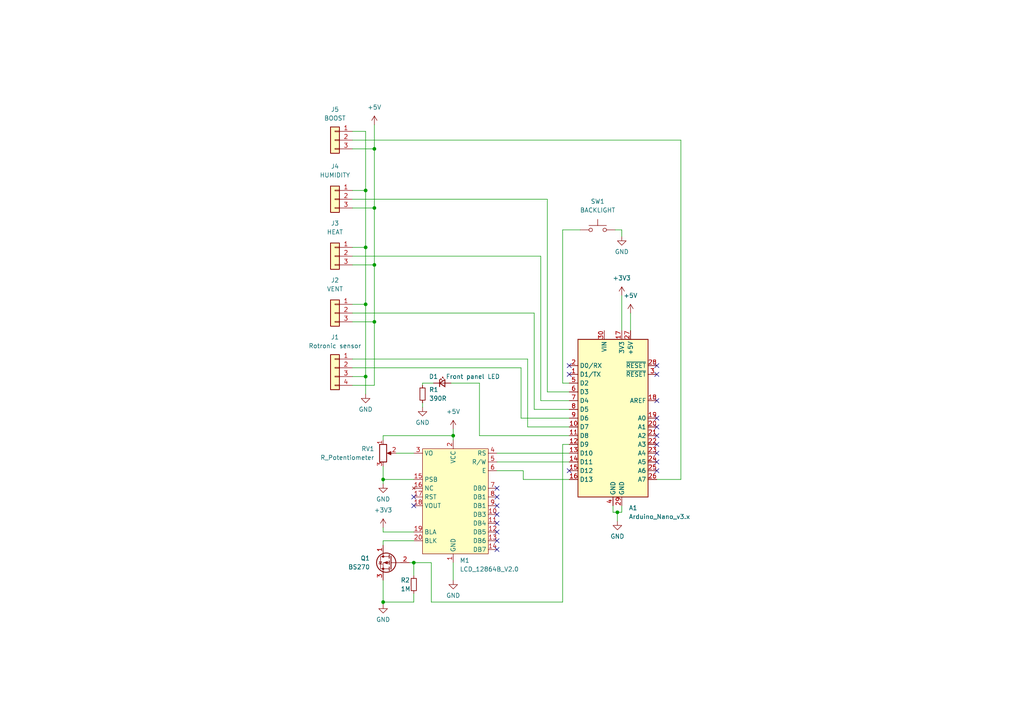
<source format=kicad_sch>
(kicad_sch (version 20211123) (generator eeschema)

  (uuid 37bd5616-e997-46c3-b3aa-d54004cfa000)

  (paper "A4")

  (lib_symbols
    (symbol "Connector_Generic:Conn_01x03" (pin_names (offset 1.016) hide) (in_bom yes) (on_board yes)
      (property "Reference" "J" (id 0) (at 0 5.08 0)
        (effects (font (size 1.27 1.27)))
      )
      (property "Value" "Conn_01x03" (id 1) (at 0 -5.08 0)
        (effects (font (size 1.27 1.27)))
      )
      (property "Footprint" "" (id 2) (at 0 0 0)
        (effects (font (size 1.27 1.27)) hide)
      )
      (property "Datasheet" "~" (id 3) (at 0 0 0)
        (effects (font (size 1.27 1.27)) hide)
      )
      (property "ki_keywords" "connector" (id 4) (at 0 0 0)
        (effects (font (size 1.27 1.27)) hide)
      )
      (property "ki_description" "Generic connector, single row, 01x03, script generated (kicad-library-utils/schlib/autogen/connector/)" (id 5) (at 0 0 0)
        (effects (font (size 1.27 1.27)) hide)
      )
      (property "ki_fp_filters" "Connector*:*_1x??_*" (id 6) (at 0 0 0)
        (effects (font (size 1.27 1.27)) hide)
      )
      (symbol "Conn_01x03_1_1"
        (rectangle (start -1.27 -2.413) (end 0 -2.667)
          (stroke (width 0.1524) (type default) (color 0 0 0 0))
          (fill (type none))
        )
        (rectangle (start -1.27 0.127) (end 0 -0.127)
          (stroke (width 0.1524) (type default) (color 0 0 0 0))
          (fill (type none))
        )
        (rectangle (start -1.27 2.667) (end 0 2.413)
          (stroke (width 0.1524) (type default) (color 0 0 0 0))
          (fill (type none))
        )
        (rectangle (start -1.27 3.81) (end 1.27 -3.81)
          (stroke (width 0.254) (type default) (color 0 0 0 0))
          (fill (type background))
        )
        (pin passive line (at -5.08 2.54 0) (length 3.81)
          (name "Pin_1" (effects (font (size 1.27 1.27))))
          (number "1" (effects (font (size 1.27 1.27))))
        )
        (pin passive line (at -5.08 0 0) (length 3.81)
          (name "Pin_2" (effects (font (size 1.27 1.27))))
          (number "2" (effects (font (size 1.27 1.27))))
        )
        (pin passive line (at -5.08 -2.54 0) (length 3.81)
          (name "Pin_3" (effects (font (size 1.27 1.27))))
          (number "3" (effects (font (size 1.27 1.27))))
        )
      )
    )
    (symbol "Connector_Generic:Conn_01x04" (pin_names (offset 1.016) hide) (in_bom yes) (on_board yes)
      (property "Reference" "J" (id 0) (at 0 5.08 0)
        (effects (font (size 1.27 1.27)))
      )
      (property "Value" "Conn_01x04" (id 1) (at 0 -7.62 0)
        (effects (font (size 1.27 1.27)))
      )
      (property "Footprint" "" (id 2) (at 0 0 0)
        (effects (font (size 1.27 1.27)) hide)
      )
      (property "Datasheet" "~" (id 3) (at 0 0 0)
        (effects (font (size 1.27 1.27)) hide)
      )
      (property "ki_keywords" "connector" (id 4) (at 0 0 0)
        (effects (font (size 1.27 1.27)) hide)
      )
      (property "ki_description" "Generic connector, single row, 01x04, script generated (kicad-library-utils/schlib/autogen/connector/)" (id 5) (at 0 0 0)
        (effects (font (size 1.27 1.27)) hide)
      )
      (property "ki_fp_filters" "Connector*:*_1x??_*" (id 6) (at 0 0 0)
        (effects (font (size 1.27 1.27)) hide)
      )
      (symbol "Conn_01x04_1_1"
        (rectangle (start -1.27 -4.953) (end 0 -5.207)
          (stroke (width 0.1524) (type default) (color 0 0 0 0))
          (fill (type none))
        )
        (rectangle (start -1.27 -2.413) (end 0 -2.667)
          (stroke (width 0.1524) (type default) (color 0 0 0 0))
          (fill (type none))
        )
        (rectangle (start -1.27 0.127) (end 0 -0.127)
          (stroke (width 0.1524) (type default) (color 0 0 0 0))
          (fill (type none))
        )
        (rectangle (start -1.27 2.667) (end 0 2.413)
          (stroke (width 0.1524) (type default) (color 0 0 0 0))
          (fill (type none))
        )
        (rectangle (start -1.27 3.81) (end 1.27 -6.35)
          (stroke (width 0.254) (type default) (color 0 0 0 0))
          (fill (type background))
        )
        (pin passive line (at -5.08 2.54 0) (length 3.81)
          (name "Pin_1" (effects (font (size 1.27 1.27))))
          (number "1" (effects (font (size 1.27 1.27))))
        )
        (pin passive line (at -5.08 0 0) (length 3.81)
          (name "Pin_2" (effects (font (size 1.27 1.27))))
          (number "2" (effects (font (size 1.27 1.27))))
        )
        (pin passive line (at -5.08 -2.54 0) (length 3.81)
          (name "Pin_3" (effects (font (size 1.27 1.27))))
          (number "3" (effects (font (size 1.27 1.27))))
        )
        (pin passive line (at -5.08 -5.08 0) (length 3.81)
          (name "Pin_4" (effects (font (size 1.27 1.27))))
          (number "4" (effects (font (size 1.27 1.27))))
        )
      )
    )
    (symbol "Custom3:LCD_12864B_V2.0" (in_bom yes) (on_board yes)
      (property "Reference" "M" (id 0) (at -8.89 -17.78 0)
        (effects (font (size 1.27 1.27)))
      )
      (property "Value" "LCD_12864B_V2.0" (id 1) (at 10.16 -17.78 0)
        (effects (font (size 1.27 1.27)))
      )
      (property "Footprint" "" (id 2) (at -2.54 1.27 0)
        (effects (font (size 1.27 1.27)) hide)
      )
      (property "Datasheet" "" (id 3) (at -2.54 1.27 0)
        (effects (font (size 1.27 1.27)) hide)
      )
      (property "ki_description" "Monochrome 128x64 graphical LCD module ST2790 controller" (id 4) (at 0 0 0)
        (effects (font (size 1.27 1.27)) hide)
      )
      (symbol "LCD_12864B_V2.0_0_1"
        (rectangle (start -10.16 15.24) (end 8.89 -15.24)
          (stroke (width 0) (type default) (color 0 0 0 0))
          (fill (type background))
        )
      )
      (symbol "LCD_12864B_V2.0_1_1"
        (pin power_in line (at 0 -17.78 90) (length 2.54)
          (name "GND" (effects (font (size 1.27 1.27))))
          (number "1" (effects (font (size 1.27 1.27))))
        )
        (pin input line (at -12.7 -3.81 0) (length 2.54)
          (name "DB3" (effects (font (size 1.27 1.27))))
          (number "10" (effects (font (size 1.27 1.27))))
        )
        (pin input line (at -12.7 -6.35 0) (length 2.54)
          (name "DB4" (effects (font (size 1.27 1.27))))
          (number "11" (effects (font (size 1.27 1.27))))
        )
        (pin input line (at -12.7 -8.89 0) (length 2.54)
          (name "DB5" (effects (font (size 1.27 1.27))))
          (number "12" (effects (font (size 1.27 1.27))))
        )
        (pin input line (at -12.7 -11.43 0) (length 2.54)
          (name "DB6" (effects (font (size 1.27 1.27))))
          (number "13" (effects (font (size 1.27 1.27))))
        )
        (pin input line (at -12.7 -13.97 0) (length 2.54)
          (name "DB7" (effects (font (size 1.27 1.27))))
          (number "14" (effects (font (size 1.27 1.27))))
        )
        (pin input line (at 11.43 6.35 180) (length 2.54)
          (name "PSB" (effects (font (size 1.27 1.27))))
          (number "15" (effects (font (size 1.27 1.27))))
        )
        (pin no_connect line (at 11.43 3.81 180) (length 2.54)
          (name "NC" (effects (font (size 1.27 1.27))))
          (number "16" (effects (font (size 1.27 1.27))))
        )
        (pin input line (at 11.43 1.27 180) (length 2.54)
          (name "RST" (effects (font (size 1.27 1.27))))
          (number "17" (effects (font (size 1.27 1.27))))
        )
        (pin power_out line (at 11.43 -1.27 180) (length 2.54)
          (name "VOUT" (effects (font (size 1.27 1.27))))
          (number "18" (effects (font (size 1.27 1.27))))
        )
        (pin input line (at 11.43 -8.89 180) (length 2.54)
          (name "BLA" (effects (font (size 1.27 1.27))))
          (number "19" (effects (font (size 1.27 1.27))))
        )
        (pin power_in line (at 0 17.78 270) (length 2.54)
          (name "VCC" (effects (font (size 1.27 1.27))))
          (number "2" (effects (font (size 1.27 1.27))))
        )
        (pin input line (at 11.43 -11.43 180) (length 2.54)
          (name "BLK" (effects (font (size 1.27 1.27))))
          (number "20" (effects (font (size 1.27 1.27))))
        )
        (pin input line (at 11.43 13.97 180) (length 2.54)
          (name "VO" (effects (font (size 1.27 1.27))))
          (number "3" (effects (font (size 1.27 1.27))))
        )
        (pin input line (at -12.7 13.97 0) (length 2.54)
          (name "RS" (effects (font (size 1.27 1.27))))
          (number "4" (effects (font (size 1.27 1.27))))
        )
        (pin input line (at -12.7 11.43 0) (length 2.54)
          (name "R/W" (effects (font (size 1.27 1.27))))
          (number "5" (effects (font (size 1.27 1.27))))
        )
        (pin input line (at -12.7 8.89 0) (length 2.54)
          (name "E" (effects (font (size 1.27 1.27))))
          (number "6" (effects (font (size 1.27 1.27))))
        )
        (pin input line (at -12.7 3.81 0) (length 2.54)
          (name "DB0" (effects (font (size 1.27 1.27))))
          (number "7" (effects (font (size 1.27 1.27))))
        )
        (pin input line (at -12.7 1.27 0) (length 2.54)
          (name "DB1" (effects (font (size 1.27 1.27))))
          (number "8" (effects (font (size 1.27 1.27))))
        )
        (pin input line (at -12.7 -1.27 0) (length 2.54)
          (name "DB1" (effects (font (size 1.27 1.27))))
          (number "9" (effects (font (size 1.27 1.27))))
        )
      )
    )
    (symbol "Device:LED_Small" (pin_numbers hide) (pin_names (offset 0.254) hide) (in_bom yes) (on_board yes)
      (property "Reference" "D" (id 0) (at -1.27 3.175 0)
        (effects (font (size 1.27 1.27)) (justify left))
      )
      (property "Value" "LED_Small" (id 1) (at -4.445 -2.54 0)
        (effects (font (size 1.27 1.27)) (justify left))
      )
      (property "Footprint" "" (id 2) (at 0 0 90)
        (effects (font (size 1.27 1.27)) hide)
      )
      (property "Datasheet" "~" (id 3) (at 0 0 90)
        (effects (font (size 1.27 1.27)) hide)
      )
      (property "ki_keywords" "LED diode light-emitting-diode" (id 4) (at 0 0 0)
        (effects (font (size 1.27 1.27)) hide)
      )
      (property "ki_description" "Light emitting diode, small symbol" (id 5) (at 0 0 0)
        (effects (font (size 1.27 1.27)) hide)
      )
      (property "ki_fp_filters" "LED* LED_SMD:* LED_THT:*" (id 6) (at 0 0 0)
        (effects (font (size 1.27 1.27)) hide)
      )
      (symbol "LED_Small_0_1"
        (polyline
          (pts
            (xy -0.762 -1.016)
            (xy -0.762 1.016)
          )
          (stroke (width 0.254) (type default) (color 0 0 0 0))
          (fill (type none))
        )
        (polyline
          (pts
            (xy 1.016 0)
            (xy -0.762 0)
          )
          (stroke (width 0) (type default) (color 0 0 0 0))
          (fill (type none))
        )
        (polyline
          (pts
            (xy 0.762 -1.016)
            (xy -0.762 0)
            (xy 0.762 1.016)
            (xy 0.762 -1.016)
          )
          (stroke (width 0.254) (type default) (color 0 0 0 0))
          (fill (type none))
        )
        (polyline
          (pts
            (xy 0 0.762)
            (xy -0.508 1.27)
            (xy -0.254 1.27)
            (xy -0.508 1.27)
            (xy -0.508 1.016)
          )
          (stroke (width 0) (type default) (color 0 0 0 0))
          (fill (type none))
        )
        (polyline
          (pts
            (xy 0.508 1.27)
            (xy 0 1.778)
            (xy 0.254 1.778)
            (xy 0 1.778)
            (xy 0 1.524)
          )
          (stroke (width 0) (type default) (color 0 0 0 0))
          (fill (type none))
        )
      )
      (symbol "LED_Small_1_1"
        (pin passive line (at -2.54 0 0) (length 1.778)
          (name "K" (effects (font (size 1.27 1.27))))
          (number "1" (effects (font (size 1.27 1.27))))
        )
        (pin passive line (at 2.54 0 180) (length 1.778)
          (name "A" (effects (font (size 1.27 1.27))))
          (number "2" (effects (font (size 1.27 1.27))))
        )
      )
    )
    (symbol "Device:R_Potentiometer" (pin_names (offset 1.016) hide) (in_bom yes) (on_board yes)
      (property "Reference" "RV" (id 0) (at -4.445 0 90)
        (effects (font (size 1.27 1.27)))
      )
      (property "Value" "R_Potentiometer" (id 1) (at -2.54 0 90)
        (effects (font (size 1.27 1.27)))
      )
      (property "Footprint" "" (id 2) (at 0 0 0)
        (effects (font (size 1.27 1.27)) hide)
      )
      (property "Datasheet" "~" (id 3) (at 0 0 0)
        (effects (font (size 1.27 1.27)) hide)
      )
      (property "ki_keywords" "resistor variable" (id 4) (at 0 0 0)
        (effects (font (size 1.27 1.27)) hide)
      )
      (property "ki_description" "Potentiometer" (id 5) (at 0 0 0)
        (effects (font (size 1.27 1.27)) hide)
      )
      (property "ki_fp_filters" "Potentiometer*" (id 6) (at 0 0 0)
        (effects (font (size 1.27 1.27)) hide)
      )
      (symbol "R_Potentiometer_0_1"
        (polyline
          (pts
            (xy 2.54 0)
            (xy 1.524 0)
          )
          (stroke (width 0) (type default) (color 0 0 0 0))
          (fill (type none))
        )
        (polyline
          (pts
            (xy 1.143 0)
            (xy 2.286 0.508)
            (xy 2.286 -0.508)
            (xy 1.143 0)
          )
          (stroke (width 0) (type default) (color 0 0 0 0))
          (fill (type outline))
        )
        (rectangle (start 1.016 2.54) (end -1.016 -2.54)
          (stroke (width 0.254) (type default) (color 0 0 0 0))
          (fill (type none))
        )
      )
      (symbol "R_Potentiometer_1_1"
        (pin passive line (at 0 3.81 270) (length 1.27)
          (name "1" (effects (font (size 1.27 1.27))))
          (number "1" (effects (font (size 1.27 1.27))))
        )
        (pin passive line (at 3.81 0 180) (length 1.27)
          (name "2" (effects (font (size 1.27 1.27))))
          (number "2" (effects (font (size 1.27 1.27))))
        )
        (pin passive line (at 0 -3.81 90) (length 1.27)
          (name "3" (effects (font (size 1.27 1.27))))
          (number "3" (effects (font (size 1.27 1.27))))
        )
      )
    )
    (symbol "Device:R_Small" (pin_numbers hide) (pin_names (offset 0.254) hide) (in_bom yes) (on_board yes)
      (property "Reference" "R" (id 0) (at 0.762 0.508 0)
        (effects (font (size 1.27 1.27)) (justify left))
      )
      (property "Value" "R_Small" (id 1) (at 0.762 -1.016 0)
        (effects (font (size 1.27 1.27)) (justify left))
      )
      (property "Footprint" "" (id 2) (at 0 0 0)
        (effects (font (size 1.27 1.27)) hide)
      )
      (property "Datasheet" "~" (id 3) (at 0 0 0)
        (effects (font (size 1.27 1.27)) hide)
      )
      (property "ki_keywords" "R resistor" (id 4) (at 0 0 0)
        (effects (font (size 1.27 1.27)) hide)
      )
      (property "ki_description" "Resistor, small symbol" (id 5) (at 0 0 0)
        (effects (font (size 1.27 1.27)) hide)
      )
      (property "ki_fp_filters" "R_*" (id 6) (at 0 0 0)
        (effects (font (size 1.27 1.27)) hide)
      )
      (symbol "R_Small_0_1"
        (rectangle (start -0.762 1.778) (end 0.762 -1.778)
          (stroke (width 0.2032) (type default) (color 0 0 0 0))
          (fill (type none))
        )
      )
      (symbol "R_Small_1_1"
        (pin passive line (at 0 2.54 270) (length 0.762)
          (name "~" (effects (font (size 1.27 1.27))))
          (number "1" (effects (font (size 1.27 1.27))))
        )
        (pin passive line (at 0 -2.54 90) (length 0.762)
          (name "~" (effects (font (size 1.27 1.27))))
          (number "2" (effects (font (size 1.27 1.27))))
        )
      )
    )
    (symbol "MCU_Module:Arduino_Nano_v3.x" (in_bom yes) (on_board yes)
      (property "Reference" "A" (id 0) (at -10.16 23.495 0)
        (effects (font (size 1.27 1.27)) (justify left bottom))
      )
      (property "Value" "Arduino_Nano_v3.x" (id 1) (at 5.08 -24.13 0)
        (effects (font (size 1.27 1.27)) (justify left top))
      )
      (property "Footprint" "Module:Arduino_Nano" (id 2) (at 0 0 0)
        (effects (font (size 1.27 1.27) italic) hide)
      )
      (property "Datasheet" "http://www.mouser.com/pdfdocs/Gravitech_Arduino_Nano3_0.pdf" (id 3) (at 0 0 0)
        (effects (font (size 1.27 1.27)) hide)
      )
      (property "ki_keywords" "Arduino nano microcontroller module USB" (id 4) (at 0 0 0)
        (effects (font (size 1.27 1.27)) hide)
      )
      (property "ki_description" "Arduino Nano v3.x" (id 5) (at 0 0 0)
        (effects (font (size 1.27 1.27)) hide)
      )
      (property "ki_fp_filters" "Arduino*Nano*" (id 6) (at 0 0 0)
        (effects (font (size 1.27 1.27)) hide)
      )
      (symbol "Arduino_Nano_v3.x_0_1"
        (rectangle (start -10.16 22.86) (end 10.16 -22.86)
          (stroke (width 0.254) (type default) (color 0 0 0 0))
          (fill (type background))
        )
      )
      (symbol "Arduino_Nano_v3.x_1_1"
        (pin bidirectional line (at -12.7 12.7 0) (length 2.54)
          (name "D1/TX" (effects (font (size 1.27 1.27))))
          (number "1" (effects (font (size 1.27 1.27))))
        )
        (pin bidirectional line (at -12.7 -2.54 0) (length 2.54)
          (name "D7" (effects (font (size 1.27 1.27))))
          (number "10" (effects (font (size 1.27 1.27))))
        )
        (pin bidirectional line (at -12.7 -5.08 0) (length 2.54)
          (name "D8" (effects (font (size 1.27 1.27))))
          (number "11" (effects (font (size 1.27 1.27))))
        )
        (pin bidirectional line (at -12.7 -7.62 0) (length 2.54)
          (name "D9" (effects (font (size 1.27 1.27))))
          (number "12" (effects (font (size 1.27 1.27))))
        )
        (pin bidirectional line (at -12.7 -10.16 0) (length 2.54)
          (name "D10" (effects (font (size 1.27 1.27))))
          (number "13" (effects (font (size 1.27 1.27))))
        )
        (pin bidirectional line (at -12.7 -12.7 0) (length 2.54)
          (name "D11" (effects (font (size 1.27 1.27))))
          (number "14" (effects (font (size 1.27 1.27))))
        )
        (pin bidirectional line (at -12.7 -15.24 0) (length 2.54)
          (name "D12" (effects (font (size 1.27 1.27))))
          (number "15" (effects (font (size 1.27 1.27))))
        )
        (pin bidirectional line (at -12.7 -17.78 0) (length 2.54)
          (name "D13" (effects (font (size 1.27 1.27))))
          (number "16" (effects (font (size 1.27 1.27))))
        )
        (pin power_out line (at 2.54 25.4 270) (length 2.54)
          (name "3V3" (effects (font (size 1.27 1.27))))
          (number "17" (effects (font (size 1.27 1.27))))
        )
        (pin input line (at 12.7 5.08 180) (length 2.54)
          (name "AREF" (effects (font (size 1.27 1.27))))
          (number "18" (effects (font (size 1.27 1.27))))
        )
        (pin bidirectional line (at 12.7 0 180) (length 2.54)
          (name "A0" (effects (font (size 1.27 1.27))))
          (number "19" (effects (font (size 1.27 1.27))))
        )
        (pin bidirectional line (at -12.7 15.24 0) (length 2.54)
          (name "D0/RX" (effects (font (size 1.27 1.27))))
          (number "2" (effects (font (size 1.27 1.27))))
        )
        (pin bidirectional line (at 12.7 -2.54 180) (length 2.54)
          (name "A1" (effects (font (size 1.27 1.27))))
          (number "20" (effects (font (size 1.27 1.27))))
        )
        (pin bidirectional line (at 12.7 -5.08 180) (length 2.54)
          (name "A2" (effects (font (size 1.27 1.27))))
          (number "21" (effects (font (size 1.27 1.27))))
        )
        (pin bidirectional line (at 12.7 -7.62 180) (length 2.54)
          (name "A3" (effects (font (size 1.27 1.27))))
          (number "22" (effects (font (size 1.27 1.27))))
        )
        (pin bidirectional line (at 12.7 -10.16 180) (length 2.54)
          (name "A4" (effects (font (size 1.27 1.27))))
          (number "23" (effects (font (size 1.27 1.27))))
        )
        (pin bidirectional line (at 12.7 -12.7 180) (length 2.54)
          (name "A5" (effects (font (size 1.27 1.27))))
          (number "24" (effects (font (size 1.27 1.27))))
        )
        (pin bidirectional line (at 12.7 -15.24 180) (length 2.54)
          (name "A6" (effects (font (size 1.27 1.27))))
          (number "25" (effects (font (size 1.27 1.27))))
        )
        (pin bidirectional line (at 12.7 -17.78 180) (length 2.54)
          (name "A7" (effects (font (size 1.27 1.27))))
          (number "26" (effects (font (size 1.27 1.27))))
        )
        (pin power_out line (at 5.08 25.4 270) (length 2.54)
          (name "+5V" (effects (font (size 1.27 1.27))))
          (number "27" (effects (font (size 1.27 1.27))))
        )
        (pin input line (at 12.7 15.24 180) (length 2.54)
          (name "~{RESET}" (effects (font (size 1.27 1.27))))
          (number "28" (effects (font (size 1.27 1.27))))
        )
        (pin power_in line (at 2.54 -25.4 90) (length 2.54)
          (name "GND" (effects (font (size 1.27 1.27))))
          (number "29" (effects (font (size 1.27 1.27))))
        )
        (pin input line (at 12.7 12.7 180) (length 2.54)
          (name "~{RESET}" (effects (font (size 1.27 1.27))))
          (number "3" (effects (font (size 1.27 1.27))))
        )
        (pin power_in line (at -2.54 25.4 270) (length 2.54)
          (name "VIN" (effects (font (size 1.27 1.27))))
          (number "30" (effects (font (size 1.27 1.27))))
        )
        (pin power_in line (at 0 -25.4 90) (length 2.54)
          (name "GND" (effects (font (size 1.27 1.27))))
          (number "4" (effects (font (size 1.27 1.27))))
        )
        (pin bidirectional line (at -12.7 10.16 0) (length 2.54)
          (name "D2" (effects (font (size 1.27 1.27))))
          (number "5" (effects (font (size 1.27 1.27))))
        )
        (pin bidirectional line (at -12.7 7.62 0) (length 2.54)
          (name "D3" (effects (font (size 1.27 1.27))))
          (number "6" (effects (font (size 1.27 1.27))))
        )
        (pin bidirectional line (at -12.7 5.08 0) (length 2.54)
          (name "D4" (effects (font (size 1.27 1.27))))
          (number "7" (effects (font (size 1.27 1.27))))
        )
        (pin bidirectional line (at -12.7 2.54 0) (length 2.54)
          (name "D5" (effects (font (size 1.27 1.27))))
          (number "8" (effects (font (size 1.27 1.27))))
        )
        (pin bidirectional line (at -12.7 0 0) (length 2.54)
          (name "D6" (effects (font (size 1.27 1.27))))
          (number "9" (effects (font (size 1.27 1.27))))
        )
      )
    )
    (symbol "Switch:SW_Push" (pin_numbers hide) (pin_names (offset 1.016) hide) (in_bom yes) (on_board yes)
      (property "Reference" "SW" (id 0) (at 1.27 2.54 0)
        (effects (font (size 1.27 1.27)) (justify left))
      )
      (property "Value" "SW_Push" (id 1) (at 0 -1.524 0)
        (effects (font (size 1.27 1.27)))
      )
      (property "Footprint" "" (id 2) (at 0 5.08 0)
        (effects (font (size 1.27 1.27)) hide)
      )
      (property "Datasheet" "~" (id 3) (at 0 5.08 0)
        (effects (font (size 1.27 1.27)) hide)
      )
      (property "ki_keywords" "switch normally-open pushbutton push-button" (id 4) (at 0 0 0)
        (effects (font (size 1.27 1.27)) hide)
      )
      (property "ki_description" "Push button switch, generic, two pins" (id 5) (at 0 0 0)
        (effects (font (size 1.27 1.27)) hide)
      )
      (symbol "SW_Push_0_1"
        (circle (center -2.032 0) (radius 0.508)
          (stroke (width 0) (type default) (color 0 0 0 0))
          (fill (type none))
        )
        (polyline
          (pts
            (xy 0 1.27)
            (xy 0 3.048)
          )
          (stroke (width 0) (type default) (color 0 0 0 0))
          (fill (type none))
        )
        (polyline
          (pts
            (xy 2.54 1.27)
            (xy -2.54 1.27)
          )
          (stroke (width 0) (type default) (color 0 0 0 0))
          (fill (type none))
        )
        (circle (center 2.032 0) (radius 0.508)
          (stroke (width 0) (type default) (color 0 0 0 0))
          (fill (type none))
        )
        (pin passive line (at -5.08 0 0) (length 2.54)
          (name "1" (effects (font (size 1.27 1.27))))
          (number "1" (effects (font (size 1.27 1.27))))
        )
        (pin passive line (at 5.08 0 180) (length 2.54)
          (name "2" (effects (font (size 1.27 1.27))))
          (number "2" (effects (font (size 1.27 1.27))))
        )
      )
    )
    (symbol "Transistor_FET:BS250" (pin_names hide) (in_bom yes) (on_board yes)
      (property "Reference" "Q" (id 0) (at 5.08 1.905 0)
        (effects (font (size 1.27 1.27)) (justify left))
      )
      (property "Value" "BS250" (id 1) (at 5.08 0 0)
        (effects (font (size 1.27 1.27)) (justify left))
      )
      (property "Footprint" "Package_TO_SOT_THT:TO-92_Inline" (id 2) (at 5.08 -1.905 0)
        (effects (font (size 1.27 1.27) italic) (justify left) hide)
      )
      (property "Datasheet" "http://www.vishay.com/docs/70209/70209.pdf" (id 3) (at 0 0 0)
        (effects (font (size 1.27 1.27)) (justify left) hide)
      )
      (property "ki_keywords" "P-Channel MOSFET" (id 4) (at 0 0 0)
        (effects (font (size 1.27 1.27)) hide)
      )
      (property "ki_description" "-0.18A Id, -45V Vds, P-Channel MOSFET, TO-92" (id 5) (at 0 0 0)
        (effects (font (size 1.27 1.27)) hide)
      )
      (property "ki_fp_filters" "TO?92*" (id 6) (at 0 0 0)
        (effects (font (size 1.27 1.27)) hide)
      )
      (symbol "BS250_0_1"
        (polyline
          (pts
            (xy 0.254 0)
            (xy -2.54 0)
          )
          (stroke (width 0) (type default) (color 0 0 0 0))
          (fill (type none))
        )
        (polyline
          (pts
            (xy 0.254 1.905)
            (xy 0.254 -1.905)
          )
          (stroke (width 0.254) (type default) (color 0 0 0 0))
          (fill (type none))
        )
        (polyline
          (pts
            (xy 0.762 -1.27)
            (xy 0.762 -2.286)
          )
          (stroke (width 0.254) (type default) (color 0 0 0 0))
          (fill (type none))
        )
        (polyline
          (pts
            (xy 0.762 0.508)
            (xy 0.762 -0.508)
          )
          (stroke (width 0.254) (type default) (color 0 0 0 0))
          (fill (type none))
        )
        (polyline
          (pts
            (xy 0.762 2.286)
            (xy 0.762 1.27)
          )
          (stroke (width 0.254) (type default) (color 0 0 0 0))
          (fill (type none))
        )
        (polyline
          (pts
            (xy 2.54 2.54)
            (xy 2.54 1.778)
          )
          (stroke (width 0) (type default) (color 0 0 0 0))
          (fill (type none))
        )
        (polyline
          (pts
            (xy 2.54 -2.54)
            (xy 2.54 0)
            (xy 0.762 0)
          )
          (stroke (width 0) (type default) (color 0 0 0 0))
          (fill (type none))
        )
        (polyline
          (pts
            (xy 0.762 1.778)
            (xy 3.302 1.778)
            (xy 3.302 -1.778)
            (xy 0.762 -1.778)
          )
          (stroke (width 0) (type default) (color 0 0 0 0))
          (fill (type none))
        )
        (polyline
          (pts
            (xy 2.286 0)
            (xy 1.27 0.381)
            (xy 1.27 -0.381)
            (xy 2.286 0)
          )
          (stroke (width 0) (type default) (color 0 0 0 0))
          (fill (type outline))
        )
        (polyline
          (pts
            (xy 2.794 -0.508)
            (xy 2.921 -0.381)
            (xy 3.683 -0.381)
            (xy 3.81 -0.254)
          )
          (stroke (width 0) (type default) (color 0 0 0 0))
          (fill (type none))
        )
        (polyline
          (pts
            (xy 3.302 -0.381)
            (xy 2.921 0.254)
            (xy 3.683 0.254)
            (xy 3.302 -0.381)
          )
          (stroke (width 0) (type default) (color 0 0 0 0))
          (fill (type none))
        )
        (circle (center 1.651 0) (radius 2.794)
          (stroke (width 0.254) (type default) (color 0 0 0 0))
          (fill (type none))
        )
        (circle (center 2.54 -1.778) (radius 0.254)
          (stroke (width 0) (type default) (color 0 0 0 0))
          (fill (type outline))
        )
        (circle (center 2.54 1.778) (radius 0.254)
          (stroke (width 0) (type default) (color 0 0 0 0))
          (fill (type outline))
        )
      )
      (symbol "BS250_1_1"
        (pin passive line (at 2.54 5.08 270) (length 2.54)
          (name "D" (effects (font (size 1.27 1.27))))
          (number "1" (effects (font (size 1.27 1.27))))
        )
        (pin input line (at -5.08 0 0) (length 2.54)
          (name "G" (effects (font (size 1.27 1.27))))
          (number "2" (effects (font (size 1.27 1.27))))
        )
        (pin passive line (at 2.54 -5.08 90) (length 2.54)
          (name "S" (effects (font (size 1.27 1.27))))
          (number "3" (effects (font (size 1.27 1.27))))
        )
      )
    )
    (symbol "power:+3V3" (power) (pin_names (offset 0)) (in_bom yes) (on_board yes)
      (property "Reference" "#PWR" (id 0) (at 0 -3.81 0)
        (effects (font (size 1.27 1.27)) hide)
      )
      (property "Value" "+3V3" (id 1) (at 0 3.556 0)
        (effects (font (size 1.27 1.27)))
      )
      (property "Footprint" "" (id 2) (at 0 0 0)
        (effects (font (size 1.27 1.27)) hide)
      )
      (property "Datasheet" "" (id 3) (at 0 0 0)
        (effects (font (size 1.27 1.27)) hide)
      )
      (property "ki_keywords" "power-flag" (id 4) (at 0 0 0)
        (effects (font (size 1.27 1.27)) hide)
      )
      (property "ki_description" "Power symbol creates a global label with name \"+3V3\"" (id 5) (at 0 0 0)
        (effects (font (size 1.27 1.27)) hide)
      )
      (symbol "+3V3_0_1"
        (polyline
          (pts
            (xy -0.762 1.27)
            (xy 0 2.54)
          )
          (stroke (width 0) (type default) (color 0 0 0 0))
          (fill (type none))
        )
        (polyline
          (pts
            (xy 0 0)
            (xy 0 2.54)
          )
          (stroke (width 0) (type default) (color 0 0 0 0))
          (fill (type none))
        )
        (polyline
          (pts
            (xy 0 2.54)
            (xy 0.762 1.27)
          )
          (stroke (width 0) (type default) (color 0 0 0 0))
          (fill (type none))
        )
      )
      (symbol "+3V3_1_1"
        (pin power_in line (at 0 0 90) (length 0) hide
          (name "+3V3" (effects (font (size 1.27 1.27))))
          (number "1" (effects (font (size 1.27 1.27))))
        )
      )
    )
    (symbol "power:+5V" (power) (pin_names (offset 0)) (in_bom yes) (on_board yes)
      (property "Reference" "#PWR" (id 0) (at 0 -3.81 0)
        (effects (font (size 1.27 1.27)) hide)
      )
      (property "Value" "+5V" (id 1) (at 0 3.556 0)
        (effects (font (size 1.27 1.27)))
      )
      (property "Footprint" "" (id 2) (at 0 0 0)
        (effects (font (size 1.27 1.27)) hide)
      )
      (property "Datasheet" "" (id 3) (at 0 0 0)
        (effects (font (size 1.27 1.27)) hide)
      )
      (property "ki_keywords" "power-flag" (id 4) (at 0 0 0)
        (effects (font (size 1.27 1.27)) hide)
      )
      (property "ki_description" "Power symbol creates a global label with name \"+5V\"" (id 5) (at 0 0 0)
        (effects (font (size 1.27 1.27)) hide)
      )
      (symbol "+5V_0_1"
        (polyline
          (pts
            (xy -0.762 1.27)
            (xy 0 2.54)
          )
          (stroke (width 0) (type default) (color 0 0 0 0))
          (fill (type none))
        )
        (polyline
          (pts
            (xy 0 0)
            (xy 0 2.54)
          )
          (stroke (width 0) (type default) (color 0 0 0 0))
          (fill (type none))
        )
        (polyline
          (pts
            (xy 0 2.54)
            (xy 0.762 1.27)
          )
          (stroke (width 0) (type default) (color 0 0 0 0))
          (fill (type none))
        )
      )
      (symbol "+5V_1_1"
        (pin power_in line (at 0 0 90) (length 0) hide
          (name "+5V" (effects (font (size 1.27 1.27))))
          (number "1" (effects (font (size 1.27 1.27))))
        )
      )
    )
    (symbol "power:GND" (power) (pin_names (offset 0)) (in_bom yes) (on_board yes)
      (property "Reference" "#PWR" (id 0) (at 0 -6.35 0)
        (effects (font (size 1.27 1.27)) hide)
      )
      (property "Value" "GND" (id 1) (at 0 -3.81 0)
        (effects (font (size 1.27 1.27)))
      )
      (property "Footprint" "" (id 2) (at 0 0 0)
        (effects (font (size 1.27 1.27)) hide)
      )
      (property "Datasheet" "" (id 3) (at 0 0 0)
        (effects (font (size 1.27 1.27)) hide)
      )
      (property "ki_keywords" "power-flag" (id 4) (at 0 0 0)
        (effects (font (size 1.27 1.27)) hide)
      )
      (property "ki_description" "Power symbol creates a global label with name \"GND\" , ground" (id 5) (at 0 0 0)
        (effects (font (size 1.27 1.27)) hide)
      )
      (symbol "GND_0_1"
        (polyline
          (pts
            (xy 0 0)
            (xy 0 -1.27)
            (xy 1.27 -1.27)
            (xy 0 -2.54)
            (xy -1.27 -1.27)
            (xy 0 -1.27)
          )
          (stroke (width 0) (type default) (color 0 0 0 0))
          (fill (type none))
        )
      )
      (symbol "GND_1_1"
        (pin power_in line (at 0 0 270) (length 0) hide
          (name "GND" (effects (font (size 1.27 1.27))))
          (number "1" (effects (font (size 1.27 1.27))))
        )
      )
    )
  )

  (junction (at 131.445 126.365) (diameter 0) (color 0 0 0 0)
    (uuid 137c2fa3-0789-4d18-bdac-6ae468fa3874)
  )
  (junction (at 106.045 109.22) (diameter 0) (color 0 0 0 0)
    (uuid 1e129382-5219-413c-a05a-01410232afca)
  )
  (junction (at 108.585 76.835) (diameter 0) (color 0 0 0 0)
    (uuid 1eb1669b-a4bd-4a9d-8c49-28ee90f2e35c)
  )
  (junction (at 106.045 55.245) (diameter 0) (color 0 0 0 0)
    (uuid 1f8e7d49-5f21-4c75-bf8f-b0ca200d8ac2)
  )
  (junction (at 111.125 174.625) (diameter 0) (color 0 0 0 0)
    (uuid 389ae3cb-c3c7-4f37-a2ca-85ede0a8a025)
  )
  (junction (at 106.045 71.755) (diameter 0) (color 0 0 0 0)
    (uuid 38cecb98-743f-4e8d-bba5-e3f36f78ed1c)
  )
  (junction (at 111.125 139.065) (diameter 0) (color 0 0 0 0)
    (uuid 77ac2e44-0e6f-4955-a963-cc0f454acef7)
  )
  (junction (at 108.585 93.345) (diameter 0) (color 0 0 0 0)
    (uuid 838d6310-06a7-48cf-abcc-9b8a332fc394)
  )
  (junction (at 108.585 60.325) (diameter 0) (color 0 0 0 0)
    (uuid e0ee08fc-689a-4352-b260-689d847e598c)
  )
  (junction (at 106.045 88.265) (diameter 0) (color 0 0 0 0)
    (uuid e1886ed9-3fa1-4f71-870c-fbb79c3045e9)
  )
  (junction (at 108.585 43.18) (diameter 0) (color 0 0 0 0)
    (uuid eac1f2b2-00e0-41d1-ac0f-f6b801381c50)
  )
  (junction (at 120.015 163.195) (diameter 0) (color 0 0 0 0)
    (uuid ef19775c-60da-4a4c-8844-bda273d73c36)
  )
  (junction (at 179.07 148.59) (diameter 0) (color 0 0 0 0)
    (uuid fc5a94fd-f837-4710-9076-2674fc6feb63)
  )

  (no_connect (at 165.1 136.525) (uuid 3f9f932a-5d3c-4b4e-b67e-633f3f03f8d5))
  (no_connect (at 190.5 116.205) (uuid ebfd2061-36ee-4422-bd43-76b5a0e2b690))
  (no_connect (at 190.5 106.045) (uuid ebfd2061-36ee-4422-bd43-76b5a0e2b691))
  (no_connect (at 190.5 108.585) (uuid ebfd2061-36ee-4422-bd43-76b5a0e2b692))
  (no_connect (at 190.5 121.285) (uuid ebfd2061-36ee-4422-bd43-76b5a0e2b693))
  (no_connect (at 190.5 128.905) (uuid ebfd2061-36ee-4422-bd43-76b5a0e2b695))
  (no_connect (at 190.5 131.445) (uuid ebfd2061-36ee-4422-bd43-76b5a0e2b696))
  (no_connect (at 190.5 136.525) (uuid ebfd2061-36ee-4422-bd43-76b5a0e2b697))
  (no_connect (at 190.5 126.365) (uuid ebfd2061-36ee-4422-bd43-76b5a0e2b698))
  (no_connect (at 190.5 123.825) (uuid ebfd2061-36ee-4422-bd43-76b5a0e2b699))
  (no_connect (at 190.5 133.985) (uuid ebfd2061-36ee-4422-bd43-76b5a0e2b69a))
  (no_connect (at 165.1 106.045) (uuid ebfd2061-36ee-4422-bd43-76b5a0e2b69b))
  (no_connect (at 165.1 108.585) (uuid ebfd2061-36ee-4422-bd43-76b5a0e2b69c))
  (no_connect (at 120.015 144.145) (uuid fb9a55a1-2dec-4d79-b6dc-8fb136c6536b))
  (no_connect (at 120.015 146.685) (uuid fb9a55a1-2dec-4d79-b6dc-8fb136c6536c))
  (no_connect (at 144.145 154.305) (uuid fb9a55a1-2dec-4d79-b6dc-8fb136c6536d))
  (no_connect (at 144.145 159.385) (uuid fb9a55a1-2dec-4d79-b6dc-8fb136c6536e))
  (no_connect (at 144.145 156.845) (uuid fb9a55a1-2dec-4d79-b6dc-8fb136c6536f))
  (no_connect (at 144.145 151.765) (uuid fb9a55a1-2dec-4d79-b6dc-8fb136c65370))
  (no_connect (at 144.145 146.685) (uuid fb9a55a1-2dec-4d79-b6dc-8fb136c65371))
  (no_connect (at 144.145 149.225) (uuid fb9a55a1-2dec-4d79-b6dc-8fb136c65372))
  (no_connect (at 144.145 141.605) (uuid fb9a55a1-2dec-4d79-b6dc-8fb136c65373))
  (no_connect (at 144.145 144.145) (uuid fb9a55a1-2dec-4d79-b6dc-8fb136c65374))

  (wire (pts (xy 131.445 163.195) (xy 131.445 168.275))
    (stroke (width 0) (type default) (color 0 0 0 0))
    (uuid 01171ad8-682c-4db3-9fbb-87d39deee83f)
  )
  (wire (pts (xy 131.445 124.46) (xy 131.445 126.365))
    (stroke (width 0) (type default) (color 0 0 0 0))
    (uuid 0138676e-092e-4fac-8568-89b83b2b006d)
  )
  (wire (pts (xy 111.125 139.065) (xy 111.125 140.335))
    (stroke (width 0) (type default) (color 0 0 0 0))
    (uuid 03525c56-66de-47e0-a206-00c5f109f2f5)
  )
  (wire (pts (xy 108.585 43.18) (xy 108.585 36.195))
    (stroke (width 0) (type default) (color 0 0 0 0))
    (uuid 07172702-87d4-43b0-8f34-9856635b28c2)
  )
  (wire (pts (xy 158.75 113.665) (xy 158.75 57.785))
    (stroke (width 0) (type default) (color 0 0 0 0))
    (uuid 07f084a9-583a-45a6-a0f9-4562428e572c)
  )
  (wire (pts (xy 102.235 88.265) (xy 106.045 88.265))
    (stroke (width 0) (type default) (color 0 0 0 0))
    (uuid 0d5f4f13-6795-4b26-a4bd-dbe198c80093)
  )
  (wire (pts (xy 108.585 76.835) (xy 108.585 60.325))
    (stroke (width 0) (type default) (color 0 0 0 0))
    (uuid 118a0de7-d5f6-4a1e-96fe-e1fd2174190e)
  )
  (wire (pts (xy 180.34 66.675) (xy 180.34 68.58))
    (stroke (width 0) (type default) (color 0 0 0 0))
    (uuid 14c401db-e4fe-4c89-b290-d34a44c85684)
  )
  (wire (pts (xy 158.75 57.785) (xy 102.235 57.785))
    (stroke (width 0) (type default) (color 0 0 0 0))
    (uuid 15cdd559-6fa6-4c66-aa83-2c9971f46b42)
  )
  (wire (pts (xy 120.015 154.305) (xy 111.125 154.305))
    (stroke (width 0) (type default) (color 0 0 0 0))
    (uuid 166cd0c6-898b-410a-91a7-6e2102c46a8b)
  )
  (wire (pts (xy 177.8 146.685) (xy 177.8 148.59))
    (stroke (width 0) (type default) (color 0 0 0 0))
    (uuid 17c66260-44d8-4755-9574-e49d5360e729)
  )
  (wire (pts (xy 102.235 55.245) (xy 106.045 55.245))
    (stroke (width 0) (type default) (color 0 0 0 0))
    (uuid 1a00a709-703e-4204-8454-570f5e680b5c)
  )
  (wire (pts (xy 163.195 174.625) (xy 125.095 174.625))
    (stroke (width 0) (type default) (color 0 0 0 0))
    (uuid 1bc34f07-94b3-42fe-afaa-aa3873206814)
  )
  (wire (pts (xy 106.045 109.22) (xy 106.045 114.3))
    (stroke (width 0) (type default) (color 0 0 0 0))
    (uuid 201bc2dd-c098-41e8-8739-c98561cdd5bf)
  )
  (wire (pts (xy 102.235 93.345) (xy 108.585 93.345))
    (stroke (width 0) (type default) (color 0 0 0 0))
    (uuid 20c7daec-6a57-44f5-a731-523c97b74f8b)
  )
  (wire (pts (xy 165.1 116.205) (xy 156.845 116.205))
    (stroke (width 0) (type default) (color 0 0 0 0))
    (uuid 29bd3316-1c62-49e8-94d5-a6c85cba1bae)
  )
  (wire (pts (xy 111.125 139.065) (xy 120.015 139.065))
    (stroke (width 0) (type default) (color 0 0 0 0))
    (uuid 2a7cc1f5-15f5-43c3-b711-0ec48996cee0)
  )
  (wire (pts (xy 108.585 111.76) (xy 108.585 93.345))
    (stroke (width 0) (type default) (color 0 0 0 0))
    (uuid 3232e757-a035-449a-8c72-007fe859bfda)
  )
  (wire (pts (xy 165.1 111.125) (xy 163.195 111.125))
    (stroke (width 0) (type default) (color 0 0 0 0))
    (uuid 351e2049-e148-4e7e-96b6-0a342987b423)
  )
  (wire (pts (xy 151.13 121.285) (xy 165.1 121.285))
    (stroke (width 0) (type default) (color 0 0 0 0))
    (uuid 3bfac9fc-5ee9-41dd-bd4a-c3a41253c020)
  )
  (wire (pts (xy 106.045 71.755) (xy 106.045 88.265))
    (stroke (width 0) (type default) (color 0 0 0 0))
    (uuid 3e24b331-6710-4c31-a7be-248b16c08224)
  )
  (wire (pts (xy 179.07 148.59) (xy 179.07 151.13))
    (stroke (width 0) (type default) (color 0 0 0 0))
    (uuid 3eeff6c7-78ea-4ce0-ba65-ad5c727967a7)
  )
  (wire (pts (xy 106.045 55.245) (xy 106.045 71.755))
    (stroke (width 0) (type default) (color 0 0 0 0))
    (uuid 3fe000e5-b06c-4344-b4ce-f0dfd7460232)
  )
  (wire (pts (xy 144.145 133.985) (xy 165.1 133.985))
    (stroke (width 0) (type default) (color 0 0 0 0))
    (uuid 402a1727-b5b0-45c2-bc9f-1900357b25f1)
  )
  (wire (pts (xy 178.435 66.675) (xy 180.34 66.675))
    (stroke (width 0) (type default) (color 0 0 0 0))
    (uuid 40338cf8-9b7a-45a6-aca4-4176a1cbfe0d)
  )
  (wire (pts (xy 120.015 172.085) (xy 120.015 174.625))
    (stroke (width 0) (type default) (color 0 0 0 0))
    (uuid 4151d2fe-1f7b-4d8c-9505-a651f95a4fd4)
  )
  (wire (pts (xy 102.235 60.325) (xy 108.585 60.325))
    (stroke (width 0) (type default) (color 0 0 0 0))
    (uuid 43d84e02-5a4c-4e4d-bedc-8bb3e38c5b1f)
  )
  (wire (pts (xy 111.125 156.845) (xy 111.125 158.115))
    (stroke (width 0) (type default) (color 0 0 0 0))
    (uuid 44092b55-1456-43ed-887e-b7e1ab6b5409)
  )
  (wire (pts (xy 156.845 74.295) (xy 102.235 74.295))
    (stroke (width 0) (type default) (color 0 0 0 0))
    (uuid 46590b1c-ce83-490c-b42a-170143995ad4)
  )
  (wire (pts (xy 125.095 163.195) (xy 120.015 163.195))
    (stroke (width 0) (type default) (color 0 0 0 0))
    (uuid 4b6008cc-fe58-4a1c-8e70-70e7a210273a)
  )
  (wire (pts (xy 154.94 118.745) (xy 165.1 118.745))
    (stroke (width 0) (type default) (color 0 0 0 0))
    (uuid 4c6ef0fa-7963-4bec-9fd3-7aeff29787eb)
  )
  (wire (pts (xy 111.125 126.365) (xy 131.445 126.365))
    (stroke (width 0) (type default) (color 0 0 0 0))
    (uuid 4d447aa1-0b22-4d0a-b9f7-d4f25ba88931)
  )
  (wire (pts (xy 111.125 168.275) (xy 111.125 174.625))
    (stroke (width 0) (type default) (color 0 0 0 0))
    (uuid 5132b346-9ba6-4df8-a722-9dfeec5a09a0)
  )
  (wire (pts (xy 102.235 71.755) (xy 106.045 71.755))
    (stroke (width 0) (type default) (color 0 0 0 0))
    (uuid 5215c304-050e-43cf-9cf8-adccacf7e640)
  )
  (wire (pts (xy 108.585 93.345) (xy 108.585 76.835))
    (stroke (width 0) (type default) (color 0 0 0 0))
    (uuid 5280b483-2878-45df-87a6-ae5b5464bb89)
  )
  (wire (pts (xy 182.88 90.805) (xy 182.88 95.885))
    (stroke (width 0) (type default) (color 0 0 0 0))
    (uuid 52896117-1ff5-4f58-8da3-ea23b1c99c62)
  )
  (wire (pts (xy 197.485 139.065) (xy 197.485 40.64))
    (stroke (width 0) (type default) (color 0 0 0 0))
    (uuid 58224b6f-1984-49b9-bc68-838964417a70)
  )
  (wire (pts (xy 151.13 106.68) (xy 151.13 121.285))
    (stroke (width 0) (type default) (color 0 0 0 0))
    (uuid 5c8fccdb-2491-4905-86d3-6d07362a9a58)
  )
  (wire (pts (xy 106.045 38.1) (xy 106.045 55.245))
    (stroke (width 0) (type default) (color 0 0 0 0))
    (uuid 5db83e1b-9d2d-4ee8-8103-37a5b476256d)
  )
  (wire (pts (xy 120.015 174.625) (xy 111.125 174.625))
    (stroke (width 0) (type default) (color 0 0 0 0))
    (uuid 5e5356c2-60e4-4081-8591-4257844aacb7)
  )
  (wire (pts (xy 108.585 43.18) (xy 108.585 60.325))
    (stroke (width 0) (type default) (color 0 0 0 0))
    (uuid 670ef209-b10a-4268-8335-60be194fe81e)
  )
  (wire (pts (xy 163.195 66.675) (xy 168.275 66.675))
    (stroke (width 0) (type default) (color 0 0 0 0))
    (uuid 6a6f2423-9b42-4865-aa7c-ea265393422e)
  )
  (wire (pts (xy 120.015 156.845) (xy 111.125 156.845))
    (stroke (width 0) (type default) (color 0 0 0 0))
    (uuid 6b66fe04-20b8-4b98-913c-8edbaaa3d53f)
  )
  (wire (pts (xy 139.065 111.125) (xy 139.065 126.365))
    (stroke (width 0) (type default) (color 0 0 0 0))
    (uuid 75496931-fe20-421e-a197-41b73d095a19)
  )
  (wire (pts (xy 102.235 90.805) (xy 154.94 90.805))
    (stroke (width 0) (type default) (color 0 0 0 0))
    (uuid 7af7941d-1899-434a-bdbd-88afd7d24571)
  )
  (wire (pts (xy 102.235 111.76) (xy 108.585 111.76))
    (stroke (width 0) (type default) (color 0 0 0 0))
    (uuid 7d1cd38d-096b-43ef-b4aa-832ce93090b1)
  )
  (wire (pts (xy 163.195 128.905) (xy 163.195 174.625))
    (stroke (width 0) (type default) (color 0 0 0 0))
    (uuid 7ebbf774-7f97-40ef-b31a-1375f87981d1)
  )
  (wire (pts (xy 131.445 126.365) (xy 131.445 127.635))
    (stroke (width 0) (type default) (color 0 0 0 0))
    (uuid 7f6fe9b8-01b7-4930-bb3d-462527562d00)
  )
  (wire (pts (xy 111.125 154.305) (xy 111.125 153.035))
    (stroke (width 0) (type default) (color 0 0 0 0))
    (uuid 7faf3fd5-2d48-4d82-9924-5f7a19f14b73)
  )
  (wire (pts (xy 102.235 76.835) (xy 108.585 76.835))
    (stroke (width 0) (type default) (color 0 0 0 0))
    (uuid 81c879ef-e60d-40cd-a835-34ac8a778ea0)
  )
  (wire (pts (xy 102.235 38.1) (xy 106.045 38.1))
    (stroke (width 0) (type default) (color 0 0 0 0))
    (uuid 84ded8e1-1ad0-4736-9ee9-d7a9a4256ea3)
  )
  (wire (pts (xy 111.125 135.255) (xy 111.125 139.065))
    (stroke (width 0) (type default) (color 0 0 0 0))
    (uuid 89c02af9-65ae-43d4-8c46-27334ea441e4)
  )
  (wire (pts (xy 102.235 106.68) (xy 151.13 106.68))
    (stroke (width 0) (type default) (color 0 0 0 0))
    (uuid 8af29b2d-f9e9-4f20-9954-e8766b7716d8)
  )
  (wire (pts (xy 179.07 148.59) (xy 180.34 148.59))
    (stroke (width 0) (type default) (color 0 0 0 0))
    (uuid 9411361e-bc91-4a84-a81d-bf03ca82a7f9)
  )
  (wire (pts (xy 165.1 113.665) (xy 158.75 113.665))
    (stroke (width 0) (type default) (color 0 0 0 0))
    (uuid 95937914-0549-4a6c-a2c3-91e752565316)
  )
  (wire (pts (xy 139.065 111.125) (xy 130.81 111.125))
    (stroke (width 0) (type default) (color 0 0 0 0))
    (uuid 9597f29e-e287-41b7-9805-9e6614cf12f5)
  )
  (wire (pts (xy 151.765 139.065) (xy 165.1 139.065))
    (stroke (width 0) (type default) (color 0 0 0 0))
    (uuid 97ca744a-1f1b-4365-a9d8-ee8f781dbdac)
  )
  (wire (pts (xy 102.235 40.64) (xy 197.485 40.64))
    (stroke (width 0) (type default) (color 0 0 0 0))
    (uuid 9c5cf70c-2050-4e2c-b130-4c6954b3e3c0)
  )
  (wire (pts (xy 156.845 116.205) (xy 156.845 74.295))
    (stroke (width 0) (type default) (color 0 0 0 0))
    (uuid 9d72721f-ce0e-4ba7-b04e-9fd41e00ba46)
  )
  (wire (pts (xy 180.34 85.725) (xy 180.34 95.885))
    (stroke (width 0) (type default) (color 0 0 0 0))
    (uuid 9e986d5a-1814-45fe-8b42-addbb5a93269)
  )
  (wire (pts (xy 111.125 174.625) (xy 111.125 175.26))
    (stroke (width 0) (type default) (color 0 0 0 0))
    (uuid a17af204-273f-4ca8-8124-758cdd7cca2c)
  )
  (wire (pts (xy 180.34 148.59) (xy 180.34 146.685))
    (stroke (width 0) (type default) (color 0 0 0 0))
    (uuid a2170964-d008-4fd7-b034-3554f9fd6c3d)
  )
  (wire (pts (xy 153.035 123.825) (xy 165.1 123.825))
    (stroke (width 0) (type default) (color 0 0 0 0))
    (uuid a7e6ca56-2fe2-4091-92f4-f94d4c11d416)
  )
  (wire (pts (xy 151.765 136.525) (xy 151.765 139.065))
    (stroke (width 0) (type default) (color 0 0 0 0))
    (uuid abd205b5-ba7b-413b-af2e-2e1b3d31f2cc)
  )
  (wire (pts (xy 120.015 163.195) (xy 118.745 163.195))
    (stroke (width 0) (type default) (color 0 0 0 0))
    (uuid b02d2d6f-17ff-4ca7-af0d-053384cc6db8)
  )
  (wire (pts (xy 125.73 111.125) (xy 122.555 111.125))
    (stroke (width 0) (type default) (color 0 0 0 0))
    (uuid b326e78d-d781-4590-a8ae-f7c2ec97f8f3)
  )
  (wire (pts (xy 154.94 90.805) (xy 154.94 118.745))
    (stroke (width 0) (type default) (color 0 0 0 0))
    (uuid bf1b7b47-3460-40e1-8cc2-937ffa32ecf8)
  )
  (wire (pts (xy 144.145 131.445) (xy 165.1 131.445))
    (stroke (width 0) (type default) (color 0 0 0 0))
    (uuid c279d668-849f-4feb-b87b-16e2bc30b279)
  )
  (wire (pts (xy 144.145 136.525) (xy 151.765 136.525))
    (stroke (width 0) (type default) (color 0 0 0 0))
    (uuid c2dd1432-48ef-4be4-aaf0-fe52a6500c25)
  )
  (wire (pts (xy 190.5 139.065) (xy 197.485 139.065))
    (stroke (width 0) (type default) (color 0 0 0 0))
    (uuid c63eccb2-669d-4669-a720-3e801dac39cb)
  )
  (wire (pts (xy 165.1 126.365) (xy 139.065 126.365))
    (stroke (width 0) (type default) (color 0 0 0 0))
    (uuid cacd44ce-8eff-42bc-a70b-26c464ba836f)
  )
  (wire (pts (xy 165.1 128.905) (xy 163.195 128.905))
    (stroke (width 0) (type default) (color 0 0 0 0))
    (uuid d0b14167-0116-4d3a-9ad4-6e6221abacfa)
  )
  (wire (pts (xy 114.935 131.445) (xy 120.015 131.445))
    (stroke (width 0) (type default) (color 0 0 0 0))
    (uuid d2d9a70d-61f5-482c-beb7-4e8a663da5dd)
  )
  (wire (pts (xy 120.015 163.195) (xy 120.015 167.005))
    (stroke (width 0) (type default) (color 0 0 0 0))
    (uuid d3e2513d-91fd-4fe0-9166-a12546dba72a)
  )
  (wire (pts (xy 122.555 116.84) (xy 122.555 118.11))
    (stroke (width 0) (type default) (color 0 0 0 0))
    (uuid d4ad4a56-c4ef-4ae7-990e-8c0d76854114)
  )
  (wire (pts (xy 122.555 111.125) (xy 122.555 111.76))
    (stroke (width 0) (type default) (color 0 0 0 0))
    (uuid d5bdae73-7e42-4353-9d1c-4d248c7c2221)
  )
  (wire (pts (xy 111.125 127.635) (xy 111.125 126.365))
    (stroke (width 0) (type default) (color 0 0 0 0))
    (uuid d7b09cf0-8959-4806-9f95-390e6fdc3c2c)
  )
  (wire (pts (xy 102.235 104.14) (xy 153.035 104.14))
    (stroke (width 0) (type default) (color 0 0 0 0))
    (uuid d9ccbe37-555a-48ae-8f05-6fc170727753)
  )
  (wire (pts (xy 102.235 109.22) (xy 106.045 109.22))
    (stroke (width 0) (type default) (color 0 0 0 0))
    (uuid de2d61b1-80bd-4cd1-9878-6d549607b8de)
  )
  (wire (pts (xy 177.8 148.59) (xy 179.07 148.59))
    (stroke (width 0) (type default) (color 0 0 0 0))
    (uuid e17ffc38-4d25-4b6e-9921-612319338fc4)
  )
  (wire (pts (xy 163.195 111.125) (xy 163.195 66.675))
    (stroke (width 0) (type default) (color 0 0 0 0))
    (uuid e3d41be9-e1d1-4969-8737-a3795960ca39)
  )
  (wire (pts (xy 153.035 104.14) (xy 153.035 123.825))
    (stroke (width 0) (type default) (color 0 0 0 0))
    (uuid e6478e79-e4ae-4cff-b7bd-b73ff38c040d)
  )
  (wire (pts (xy 102.235 43.18) (xy 108.585 43.18))
    (stroke (width 0) (type default) (color 0 0 0 0))
    (uuid ebcd54dc-315f-4560-b139-146cec292b94)
  )
  (wire (pts (xy 125.095 174.625) (xy 125.095 163.195))
    (stroke (width 0) (type default) (color 0 0 0 0))
    (uuid f56ad791-07d4-4f83-92dd-316d8fb74151)
  )
  (wire (pts (xy 106.045 88.265) (xy 106.045 109.22))
    (stroke (width 0) (type default) (color 0 0 0 0))
    (uuid fe58e1a6-9099-40b6-a32f-efd6cd3e2970)
  )

  (symbol (lib_id "Connector_Generic:Conn_01x03") (at 97.155 40.64 0) (mirror y) (unit 1)
    (in_bom yes) (on_board yes) (fields_autoplaced)
    (uuid 0bbd0c3f-ba66-4113-8aae-1ad289e32187)
    (property "Reference" "J5" (id 0) (at 97.155 31.75 0))
    (property "Value" "BOOST" (id 1) (at 97.155 34.29 0))
    (property "Footprint" "" (id 2) (at 97.155 40.64 0)
      (effects (font (size 1.27 1.27)) hide)
    )
    (property "Datasheet" "~" (id 3) (at 97.155 40.64 0)
      (effects (font (size 1.27 1.27)) hide)
    )
    (pin "1" (uuid 58734a3a-8155-4c71-82fd-ebb0f344cb28))
    (pin "2" (uuid 61b25a4a-48d9-41d1-b6b1-91ef90030c7d))
    (pin "3" (uuid 3c0b09f6-901f-4ef1-8b40-ee0c61275e23))
  )

  (symbol (lib_id "Transistor_FET:BS250") (at 113.665 163.195 0) (mirror y) (unit 1)
    (in_bom yes) (on_board yes) (fields_autoplaced)
    (uuid 0f6d3455-9197-4f06-b400-3b55909907bf)
    (property "Reference" "Q1" (id 0) (at 107.315 161.9249 0)
      (effects (font (size 1.27 1.27)) (justify left))
    )
    (property "Value" "BS270" (id 1) (at 107.315 164.4649 0)
      (effects (font (size 1.27 1.27)) (justify left))
    )
    (property "Footprint" "Package_TO_SOT_THT:TO-92_Inline" (id 2) (at 108.585 165.1 0)
      (effects (font (size 1.27 1.27) italic) (justify left) hide)
    )
    (property "Datasheet" "http://www.vishay.com/docs/70209/70209.pdf" (id 3) (at 113.665 163.195 0)
      (effects (font (size 1.27 1.27)) (justify left) hide)
    )
    (pin "1" (uuid 7b569823-9997-408a-aec9-ca03af312bf9))
    (pin "2" (uuid 1c9be8b8-ceaf-4c4e-8a61-9b9440434c4e))
    (pin "3" (uuid 8a359d37-2eeb-42e4-bd1b-40bcdc03b4b1))
  )

  (symbol (lib_id "Connector_Generic:Conn_01x03") (at 97.155 90.805 0) (mirror y) (unit 1)
    (in_bom yes) (on_board yes) (fields_autoplaced)
    (uuid 197a5fc1-36f8-4d4d-8d56-d99ef28beff2)
    (property "Reference" "J2" (id 0) (at 97.155 81.28 0))
    (property "Value" "VENT" (id 1) (at 97.155 83.82 0))
    (property "Footprint" "" (id 2) (at 97.155 90.805 0)
      (effects (font (size 1.27 1.27)) hide)
    )
    (property "Datasheet" "~" (id 3) (at 97.155 90.805 0)
      (effects (font (size 1.27 1.27)) hide)
    )
    (pin "1" (uuid 416bb867-5ab5-4228-966c-8058cc64ae5b))
    (pin "2" (uuid bfb76473-1fe7-4ee9-ae87-216b2a3febc7))
    (pin "3" (uuid da772c97-d2c8-4676-8452-f27756b997f6))
  )

  (symbol (lib_id "power:GND") (at 180.34 68.58 0) (unit 1)
    (in_bom yes) (on_board yes) (fields_autoplaced)
    (uuid 2e92ff72-5976-4b7f-9b79-e80374f52c90)
    (property "Reference" "#PWR0112" (id 0) (at 180.34 74.93 0)
      (effects (font (size 1.27 1.27)) hide)
    )
    (property "Value" "GND" (id 1) (at 180.34 73.025 0))
    (property "Footprint" "" (id 2) (at 180.34 68.58 0)
      (effects (font (size 1.27 1.27)) hide)
    )
    (property "Datasheet" "" (id 3) (at 180.34 68.58 0)
      (effects (font (size 1.27 1.27)) hide)
    )
    (pin "1" (uuid 9e29c484-36bc-4b88-8601-b0643a33312d))
  )

  (symbol (lib_id "power:GND") (at 106.045 114.3 0) (unit 1)
    (in_bom yes) (on_board yes) (fields_autoplaced)
    (uuid 4783fedc-08cb-46e9-931c-9b7498913155)
    (property "Reference" "#PWR0110" (id 0) (at 106.045 120.65 0)
      (effects (font (size 1.27 1.27)) hide)
    )
    (property "Value" "GND" (id 1) (at 106.045 118.745 0))
    (property "Footprint" "" (id 2) (at 106.045 114.3 0)
      (effects (font (size 1.27 1.27)) hide)
    )
    (property "Datasheet" "" (id 3) (at 106.045 114.3 0)
      (effects (font (size 1.27 1.27)) hide)
    )
    (pin "1" (uuid 64bffd54-1d51-4126-bf8d-87bd5f41d77c))
  )

  (symbol (lib_id "power:GND") (at 111.125 140.335 0) (unit 1)
    (in_bom yes) (on_board yes) (fields_autoplaced)
    (uuid 4fb76137-6c51-41c6-84ef-6ba2dce00464)
    (property "Reference" "#PWR0108" (id 0) (at 111.125 146.685 0)
      (effects (font (size 1.27 1.27)) hide)
    )
    (property "Value" "GND" (id 1) (at 111.125 144.78 0))
    (property "Footprint" "" (id 2) (at 111.125 140.335 0)
      (effects (font (size 1.27 1.27)) hide)
    )
    (property "Datasheet" "" (id 3) (at 111.125 140.335 0)
      (effects (font (size 1.27 1.27)) hide)
    )
    (pin "1" (uuid 61455c56-f9f6-4ac2-ad18-de4ea8940644))
  )

  (symbol (lib_id "Device:LED_Small") (at 128.27 111.125 0) (unit 1)
    (in_bom yes) (on_board yes)
    (uuid 505a986a-7a93-4050-ac2f-3542b92c77af)
    (property "Reference" "D1" (id 0) (at 125.73 109.22 0))
    (property "Value" "Front panel LED" (id 1) (at 137.16 109.22 0))
    (property "Footprint" "" (id 2) (at 128.27 111.125 90)
      (effects (font (size 1.27 1.27)) hide)
    )
    (property "Datasheet" "~" (id 3) (at 128.27 111.125 90)
      (effects (font (size 1.27 1.27)) hide)
    )
    (pin "1" (uuid b1b0f5c4-7ba8-42a6-a52b-97ea8b3acc24))
    (pin "2" (uuid 9df07bc3-f87f-49e1-a3aa-2908c29b6ebe))
  )

  (symbol (lib_id "Connector_Generic:Conn_01x03") (at 97.155 74.295 0) (mirror y) (unit 1)
    (in_bom yes) (on_board yes) (fields_autoplaced)
    (uuid 56f1711c-192f-4930-909a-9e855e600082)
    (property "Reference" "J3" (id 0) (at 97.155 64.77 0))
    (property "Value" "HEAT" (id 1) (at 97.155 67.31 0))
    (property "Footprint" "" (id 2) (at 97.155 74.295 0)
      (effects (font (size 1.27 1.27)) hide)
    )
    (property "Datasheet" "~" (id 3) (at 97.155 74.295 0)
      (effects (font (size 1.27 1.27)) hide)
    )
    (pin "1" (uuid ac94b53a-191e-45e4-ba26-19f54e077095))
    (pin "2" (uuid 28d1ef6c-6ac8-41a6-a257-94f8744d2935))
    (pin "3" (uuid 79021856-f893-43a7-bc5b-aa3a68660502))
  )

  (symbol (lib_id "power:GND") (at 179.07 151.13 0) (unit 1)
    (in_bom yes) (on_board yes) (fields_autoplaced)
    (uuid 5b6cc797-b50e-4441-9c8c-6c688d647544)
    (property "Reference" "#PWR0103" (id 0) (at 179.07 157.48 0)
      (effects (font (size 1.27 1.27)) hide)
    )
    (property "Value" "GND" (id 1) (at 179.07 155.575 0))
    (property "Footprint" "" (id 2) (at 179.07 151.13 0)
      (effects (font (size 1.27 1.27)) hide)
    )
    (property "Datasheet" "" (id 3) (at 179.07 151.13 0)
      (effects (font (size 1.27 1.27)) hide)
    )
    (pin "1" (uuid 327d9641-acf2-410d-8792-1addb3019bcd))
  )

  (symbol (lib_id "Switch:SW_Push") (at 173.355 66.675 0) (unit 1)
    (in_bom yes) (on_board yes) (fields_autoplaced)
    (uuid 61e55498-b5cb-4e1c-ad4f-85fd36b0ee62)
    (property "Reference" "SW1" (id 0) (at 173.355 58.42 0))
    (property "Value" "BACKLIGHT" (id 1) (at 173.355 60.96 0))
    (property "Footprint" "" (id 2) (at 173.355 61.595 0)
      (effects (font (size 1.27 1.27)) hide)
    )
    (property "Datasheet" "~" (id 3) (at 173.355 61.595 0)
      (effects (font (size 1.27 1.27)) hide)
    )
    (pin "1" (uuid 3e757a00-0511-4274-871e-d1101fced414))
    (pin "2" (uuid 0f627c9d-7554-4e3a-9738-1082d54a4f42))
  )

  (symbol (lib_id "Connector_Generic:Conn_01x04") (at 97.155 106.68 0) (mirror y) (unit 1)
    (in_bom yes) (on_board yes) (fields_autoplaced)
    (uuid 77ef758a-c944-4edf-890b-464f8cf5b537)
    (property "Reference" "J1" (id 0) (at 97.155 97.79 0))
    (property "Value" "Rotronic sensor" (id 1) (at 97.155 100.33 0))
    (property "Footprint" "" (id 2) (at 97.155 106.68 0)
      (effects (font (size 1.27 1.27)) hide)
    )
    (property "Datasheet" "~" (id 3) (at 97.155 106.68 0)
      (effects (font (size 1.27 1.27)) hide)
    )
    (pin "1" (uuid f74d87eb-e76b-4c22-ab34-6a38611c814c))
    (pin "2" (uuid 7ee0b285-f5c4-4063-a91c-dab08d298699))
    (pin "3" (uuid 67c6db8e-edc0-4a4d-835e-52da2670544e))
    (pin "4" (uuid 787b59c1-587e-445b-9a96-1ece6eb1b2e2))
  )

  (symbol (lib_id "power:GND") (at 131.445 168.275 0) (unit 1)
    (in_bom yes) (on_board yes) (fields_autoplaced)
    (uuid 84ffaace-55c0-4a15-9da4-685b99197417)
    (property "Reference" "#PWR0104" (id 0) (at 131.445 174.625 0)
      (effects (font (size 1.27 1.27)) hide)
    )
    (property "Value" "GND" (id 1) (at 131.445 172.72 0))
    (property "Footprint" "" (id 2) (at 131.445 168.275 0)
      (effects (font (size 1.27 1.27)) hide)
    )
    (property "Datasheet" "" (id 3) (at 131.445 168.275 0)
      (effects (font (size 1.27 1.27)) hide)
    )
    (pin "1" (uuid 6ca7984c-54b7-4b29-9935-4e9b60bb5ace))
  )

  (symbol (lib_id "power:GND") (at 111.125 175.26 0) (unit 1)
    (in_bom yes) (on_board yes) (fields_autoplaced)
    (uuid 8c3c5622-87c1-4dd0-b9d2-8f85f6a7aa48)
    (property "Reference" "#PWR0105" (id 0) (at 111.125 181.61 0)
      (effects (font (size 1.27 1.27)) hide)
    )
    (property "Value" "GND" (id 1) (at 111.125 179.705 0))
    (property "Footprint" "" (id 2) (at 111.125 175.26 0)
      (effects (font (size 1.27 1.27)) hide)
    )
    (property "Datasheet" "" (id 3) (at 111.125 175.26 0)
      (effects (font (size 1.27 1.27)) hide)
    )
    (pin "1" (uuid 36061080-9351-4f89-8be9-45081d0a6c0c))
  )

  (symbol (lib_id "power:+3V3") (at 180.34 85.725 0) (unit 1)
    (in_bom yes) (on_board yes) (fields_autoplaced)
    (uuid a1805574-fa8b-4839-a4bf-3b0a13e3b2f8)
    (property "Reference" "#PWR0102" (id 0) (at 180.34 89.535 0)
      (effects (font (size 1.27 1.27)) hide)
    )
    (property "Value" "+3V3" (id 1) (at 180.34 80.645 0))
    (property "Footprint" "" (id 2) (at 180.34 85.725 0)
      (effects (font (size 1.27 1.27)) hide)
    )
    (property "Datasheet" "" (id 3) (at 180.34 85.725 0)
      (effects (font (size 1.27 1.27)) hide)
    )
    (pin "1" (uuid 7f1dea01-52cd-4951-b49f-d29d28f856ab))
  )

  (symbol (lib_id "power:+5V") (at 182.88 90.805 0) (unit 1)
    (in_bom yes) (on_board yes) (fields_autoplaced)
    (uuid aa8b2521-3fd7-4721-b38f-e00a7ada9284)
    (property "Reference" "#PWR0101" (id 0) (at 182.88 94.615 0)
      (effects (font (size 1.27 1.27)) hide)
    )
    (property "Value" "+5V" (id 1) (at 182.88 85.725 0))
    (property "Footprint" "" (id 2) (at 182.88 90.805 0)
      (effects (font (size 1.27 1.27)) hide)
    )
    (property "Datasheet" "" (id 3) (at 182.88 90.805 0)
      (effects (font (size 1.27 1.27)) hide)
    )
    (pin "1" (uuid 97dcb135-c899-4f58-8c86-f5242bbd855e))
  )

  (symbol (lib_id "Custom3:LCD_12864B_V2.0") (at 131.445 145.415 0) (mirror y) (unit 1)
    (in_bom yes) (on_board yes)
    (uuid b5047dc6-dc47-4567-ad8b-8a8b7527f93f)
    (property "Reference" "M1" (id 0) (at 133.35 162.56 0)
      (effects (font (size 1.27 1.27)) (justify right))
    )
    (property "Value" "LCD_12864B_V2.0" (id 1) (at 133.35 165.1 0)
      (effects (font (size 1.27 1.27)) (justify right))
    )
    (property "Footprint" "" (id 2) (at 133.985 144.145 0)
      (effects (font (size 1.27 1.27)) hide)
    )
    (property "Datasheet" "" (id 3) (at 133.985 144.145 0)
      (effects (font (size 1.27 1.27)) hide)
    )
    (pin "1" (uuid 48e01636-15c2-4f01-b015-644c085f045b))
    (pin "10" (uuid 017244b8-2507-4586-858f-7c0adc093f28))
    (pin "11" (uuid 13be85ea-fc4f-4997-b8a5-8b93bcd98be5))
    (pin "12" (uuid ed33d5f5-f034-4318-9530-cb025f96be6e))
    (pin "13" (uuid eda96833-4c5f-405c-bf00-ba6e79e8ec2f))
    (pin "14" (uuid 54b01ffe-4bdf-4c97-bc66-f3982887c673))
    (pin "15" (uuid b94b638c-75ac-4d7f-b11e-07f643bfa0a6))
    (pin "16" (uuid d226b292-b41a-4d54-9590-3ebda446d774))
    (pin "17" (uuid ab5a9704-3fb4-4835-849b-968d50ed46dd))
    (pin "18" (uuid 74a57eb6-1341-43b0-bfb0-3f8c48acae19))
    (pin "19" (uuid 2612feca-68a6-4ca1-8f15-912bd6c11afc))
    (pin "2" (uuid 9f3b4b68-c49e-4f7a-9215-f18471bca2ae))
    (pin "20" (uuid d70a3d3b-a497-49ed-9e83-a3cdaf97c48d))
    (pin "3" (uuid 4ae79490-d385-4720-91b8-01835b28a544))
    (pin "4" (uuid 078120f9-a43c-4c0c-b79d-a0b99df93f70))
    (pin "5" (uuid 7e84ff2c-3814-44ad-a26c-f87dfe1073ae))
    (pin "6" (uuid 42e984e6-b936-4c10-9609-465ea5c31481))
    (pin "7" (uuid c3f2d314-01e7-47d9-8d88-657091f482ee))
    (pin "8" (uuid 40a359d4-ae78-43fc-9df5-21856492895d))
    (pin "9" (uuid 49940eb5-e3ee-42fc-92df-3d22a03de9d9))
  )

  (symbol (lib_id "power:+5V") (at 108.585 36.195 0) (unit 1)
    (in_bom yes) (on_board yes) (fields_autoplaced)
    (uuid baf6e9e5-3509-400a-b844-f19b0aa9a7e6)
    (property "Reference" "#PWR0111" (id 0) (at 108.585 40.005 0)
      (effects (font (size 1.27 1.27)) hide)
    )
    (property "Value" "+5V" (id 1) (at 108.585 31.115 0))
    (property "Footprint" "" (id 2) (at 108.585 36.195 0)
      (effects (font (size 1.27 1.27)) hide)
    )
    (property "Datasheet" "" (id 3) (at 108.585 36.195 0)
      (effects (font (size 1.27 1.27)) hide)
    )
    (pin "1" (uuid acb981df-67e6-4e9f-88cd-700160c28bc8))
  )

  (symbol (lib_id "Device:R_Small") (at 122.555 114.3 0) (unit 1)
    (in_bom yes) (on_board yes) (fields_autoplaced)
    (uuid cd763a89-52f9-4cf1-b73b-b302f576531c)
    (property "Reference" "R1" (id 0) (at 124.46 113.0299 0)
      (effects (font (size 1.27 1.27)) (justify left))
    )
    (property "Value" "390R" (id 1) (at 124.46 115.5699 0)
      (effects (font (size 1.27 1.27)) (justify left))
    )
    (property "Footprint" "" (id 2) (at 122.555 114.3 0)
      (effects (font (size 1.27 1.27)) hide)
    )
    (property "Datasheet" "~" (id 3) (at 122.555 114.3 0)
      (effects (font (size 1.27 1.27)) hide)
    )
    (pin "1" (uuid e6f8b963-f0ed-410d-9404-40212304eded))
    (pin "2" (uuid ac926d8e-d8eb-4077-8d26-53e07c9eb135))
  )

  (symbol (lib_id "MCU_Module:Arduino_Nano_v3.x") (at 177.8 121.285 0) (unit 1)
    (in_bom yes) (on_board yes) (fields_autoplaced)
    (uuid d0a49b6d-0453-4654-ad59-217f1daf902c)
    (property "Reference" "A1" (id 0) (at 182.3594 147.32 0)
      (effects (font (size 1.27 1.27)) (justify left))
    )
    (property "Value" "Arduino_Nano_v3.x" (id 1) (at 182.3594 149.86 0)
      (effects (font (size 1.27 1.27)) (justify left))
    )
    (property "Footprint" "Module:Arduino_Nano" (id 2) (at 177.8 121.285 0)
      (effects (font (size 1.27 1.27) italic) hide)
    )
    (property "Datasheet" "http://www.mouser.com/pdfdocs/Gravitech_Arduino_Nano3_0.pdf" (id 3) (at 177.8 121.285 0)
      (effects (font (size 1.27 1.27)) hide)
    )
    (pin "1" (uuid 35a7d649-1e9b-4924-8a33-bb65d5adcf37))
    (pin "10" (uuid 33e8f58e-9d96-4b9a-b1a5-384bc5d238f2))
    (pin "11" (uuid 6b48a38f-49af-4ecf-bec5-f7d59f4334ec))
    (pin "12" (uuid 2d76e4f6-4fcf-47cb-8118-83cafd1040e4))
    (pin "13" (uuid 568c2af2-c8cf-498d-8398-1f17ad798da1))
    (pin "14" (uuid 8a9624f3-a62d-4ee9-af1b-911240c4f02b))
    (pin "15" (uuid 28ba4abe-d3f9-4c6e-a426-b1b69acbdd0e))
    (pin "16" (uuid 143769fe-9d1e-4c20-b185-e68f4176733d))
    (pin "17" (uuid 8b38197b-4966-44f1-900f-68653b110367))
    (pin "18" (uuid 2d625d99-8fd5-43b2-87eb-2c401748f508))
    (pin "19" (uuid 8824fa3d-e7b2-4d95-b93f-7fe956a62acd))
    (pin "2" (uuid 1f5af0b9-2d3b-45fd-9ca3-ff0973315927))
    (pin "20" (uuid 0a4f4f90-ad42-4056-8c18-46d194c049bd))
    (pin "21" (uuid db69fdda-3064-4357-8c04-5725c1262625))
    (pin "22" (uuid ed2ee9b8-2f51-44ac-9414-f4e06c8ec9b8))
    (pin "23" (uuid 5cb220e9-84c6-45e9-adde-d7c5e34a07a6))
    (pin "24" (uuid 87813610-61bc-40eb-95e1-408a67e61164))
    (pin "25" (uuid 4103efac-5d62-4d43-83ff-abc24e7bd0d9))
    (pin "26" (uuid e6731da4-9261-4994-b510-0902308ed380))
    (pin "27" (uuid fa2cdc73-d8a0-4516-83cb-057f80ef7f61))
    (pin "28" (uuid 94759537-5a80-4b95-a3d8-1a18261a81fc))
    (pin "29" (uuid de705ef3-c5a1-43e8-9743-eccdfb030650))
    (pin "3" (uuid 06c96870-adb6-4a60-a3d4-414926630fe3))
    (pin "30" (uuid 19c320a3-d10b-4fe1-a521-520dba5fa201))
    (pin "4" (uuid b16b572a-b333-4541-852e-3fa2a616ee77))
    (pin "5" (uuid 71a8dd89-c53a-40e5-bbea-6c44f70a3993))
    (pin "6" (uuid bc8d06bf-504b-4632-ae63-7882e5b98d1c))
    (pin "7" (uuid 62f61e84-75b2-41f1-bb50-25941a0009d9))
    (pin "8" (uuid 8c947039-44b4-4570-9640-def7a9c2b566))
    (pin "9" (uuid 190bdeb1-ead1-4679-a881-89953a937c31))
  )

  (symbol (lib_id "power:+5V") (at 131.445 124.46 0) (unit 1)
    (in_bom yes) (on_board yes) (fields_autoplaced)
    (uuid d4eb6f47-4f56-4cd7-b8e7-5425464dd71c)
    (property "Reference" "#PWR0106" (id 0) (at 131.445 128.27 0)
      (effects (font (size 1.27 1.27)) hide)
    )
    (property "Value" "+5V" (id 1) (at 131.445 119.38 0))
    (property "Footprint" "" (id 2) (at 131.445 124.46 0)
      (effects (font (size 1.27 1.27)) hide)
    )
    (property "Datasheet" "" (id 3) (at 131.445 124.46 0)
      (effects (font (size 1.27 1.27)) hide)
    )
    (pin "1" (uuid 43de1b2a-0866-4289-bf13-ab8760cbf95f))
  )

  (symbol (lib_id "power:+3V3") (at 111.125 153.035 0) (unit 1)
    (in_bom yes) (on_board yes) (fields_autoplaced)
    (uuid e2da1208-7e91-449b-896c-59d9b83134c3)
    (property "Reference" "#PWR0109" (id 0) (at 111.125 156.845 0)
      (effects (font (size 1.27 1.27)) hide)
    )
    (property "Value" "+3V3" (id 1) (at 111.125 147.955 0))
    (property "Footprint" "" (id 2) (at 111.125 153.035 0)
      (effects (font (size 1.27 1.27)) hide)
    )
    (property "Datasheet" "" (id 3) (at 111.125 153.035 0)
      (effects (font (size 1.27 1.27)) hide)
    )
    (pin "1" (uuid fbafdd1f-5cab-4fad-9436-95b396735597))
  )

  (symbol (lib_id "Connector_Generic:Conn_01x03") (at 97.155 57.785 0) (mirror y) (unit 1)
    (in_bom yes) (on_board yes) (fields_autoplaced)
    (uuid f0ac3e19-0d06-42a2-9cc1-6fbd003f1ad1)
    (property "Reference" "J4" (id 0) (at 97.155 48.26 0))
    (property "Value" "HUMIDITY" (id 1) (at 97.155 50.8 0))
    (property "Footprint" "" (id 2) (at 97.155 57.785 0)
      (effects (font (size 1.27 1.27)) hide)
    )
    (property "Datasheet" "~" (id 3) (at 97.155 57.785 0)
      (effects (font (size 1.27 1.27)) hide)
    )
    (pin "1" (uuid efa68236-9c6b-4e4b-92db-c2aa3d8749ef))
    (pin "2" (uuid edb0aa0c-814b-46fe-8d64-d832b187b630))
    (pin "3" (uuid 606d9751-4129-4b4e-9362-26d6afdcec80))
  )

  (symbol (lib_id "Device:R_Potentiometer") (at 111.125 131.445 0) (unit 1)
    (in_bom yes) (on_board yes) (fields_autoplaced)
    (uuid f4edd366-a731-466f-974e-33475a4182ec)
    (property "Reference" "RV1" (id 0) (at 108.585 130.1749 0)
      (effects (font (size 1.27 1.27)) (justify right))
    )
    (property "Value" "R_Potentiometer" (id 1) (at 108.585 132.7149 0)
      (effects (font (size 1.27 1.27)) (justify right))
    )
    (property "Footprint" "" (id 2) (at 111.125 131.445 0)
      (effects (font (size 1.27 1.27)) hide)
    )
    (property "Datasheet" "~" (id 3) (at 111.125 131.445 0)
      (effects (font (size 1.27 1.27)) hide)
    )
    (pin "1" (uuid 690d7d29-b462-4d0b-a0ac-2c292746b022))
    (pin "2" (uuid 8441a97b-992c-48d0-8069-c3757a8f645d))
    (pin "3" (uuid 2c930e75-fd6b-4d1b-8c15-9acfc8c89727))
  )

  (symbol (lib_id "power:GND") (at 122.555 118.11 0) (unit 1)
    (in_bom yes) (on_board yes) (fields_autoplaced)
    (uuid f7d7536f-5452-49e8-a708-0e3ef284d73d)
    (property "Reference" "#PWR0107" (id 0) (at 122.555 124.46 0)
      (effects (font (size 1.27 1.27)) hide)
    )
    (property "Value" "GND" (id 1) (at 122.555 122.555 0))
    (property "Footprint" "" (id 2) (at 122.555 118.11 0)
      (effects (font (size 1.27 1.27)) hide)
    )
    (property "Datasheet" "" (id 3) (at 122.555 118.11 0)
      (effects (font (size 1.27 1.27)) hide)
    )
    (pin "1" (uuid 720736b1-dcc5-48fe-8f12-432685d71393))
  )

  (symbol (lib_id "Device:R_Small") (at 120.015 169.545 0) (unit 1)
    (in_bom yes) (on_board yes)
    (uuid ffa42d37-b5cb-4379-a569-dd9719a7c5e3)
    (property "Reference" "R2" (id 0) (at 116.205 168.275 0)
      (effects (font (size 1.27 1.27)) (justify left))
    )
    (property "Value" "1M" (id 1) (at 116.205 170.815 0)
      (effects (font (size 1.27 1.27)) (justify left))
    )
    (property "Footprint" "" (id 2) (at 120.015 169.545 0)
      (effects (font (size 1.27 1.27)) hide)
    )
    (property "Datasheet" "~" (id 3) (at 120.015 169.545 0)
      (effects (font (size 1.27 1.27)) hide)
    )
    (pin "1" (uuid 3c7d894d-0e21-4700-a464-6a4fa46becc5))
    (pin "2" (uuid acc747e2-31ff-4f6f-bd71-332651a810c5))
  )

  (sheet_instances
    (path "/" (page "1"))
  )

  (symbol_instances
    (path "/aa8b2521-3fd7-4721-b38f-e00a7ada9284"
      (reference "#PWR0101") (unit 1) (value "+5V") (footprint "")
    )
    (path "/a1805574-fa8b-4839-a4bf-3b0a13e3b2f8"
      (reference "#PWR0102") (unit 1) (value "+3V3") (footprint "")
    )
    (path "/5b6cc797-b50e-4441-9c8c-6c688d647544"
      (reference "#PWR0103") (unit 1) (value "GND") (footprint "")
    )
    (path "/84ffaace-55c0-4a15-9da4-685b99197417"
      (reference "#PWR0104") (unit 1) (value "GND") (footprint "")
    )
    (path "/8c3c5622-87c1-4dd0-b9d2-8f85f6a7aa48"
      (reference "#PWR0105") (unit 1) (value "GND") (footprint "")
    )
    (path "/d4eb6f47-4f56-4cd7-b8e7-5425464dd71c"
      (reference "#PWR0106") (unit 1) (value "+5V") (footprint "")
    )
    (path "/f7d7536f-5452-49e8-a708-0e3ef284d73d"
      (reference "#PWR0107") (unit 1) (value "GND") (footprint "")
    )
    (path "/4fb76137-6c51-41c6-84ef-6ba2dce00464"
      (reference "#PWR0108") (unit 1) (value "GND") (footprint "")
    )
    (path "/e2da1208-7e91-449b-896c-59d9b83134c3"
      (reference "#PWR0109") (unit 1) (value "+3V3") (footprint "")
    )
    (path "/4783fedc-08cb-46e9-931c-9b7498913155"
      (reference "#PWR0110") (unit 1) (value "GND") (footprint "")
    )
    (path "/baf6e9e5-3509-400a-b844-f19b0aa9a7e6"
      (reference "#PWR0111") (unit 1) (value "+5V") (footprint "")
    )
    (path "/2e92ff72-5976-4b7f-9b79-e80374f52c90"
      (reference "#PWR0112") (unit 1) (value "GND") (footprint "")
    )
    (path "/d0a49b6d-0453-4654-ad59-217f1daf902c"
      (reference "A1") (unit 1) (value "Arduino_Nano_v3.x") (footprint "Module:Arduino_Nano")
    )
    (path "/505a986a-7a93-4050-ac2f-3542b92c77af"
      (reference "D1") (unit 1) (value "Front panel LED") (footprint "")
    )
    (path "/77ef758a-c944-4edf-890b-464f8cf5b537"
      (reference "J1") (unit 1) (value "Rotronic sensor") (footprint "")
    )
    (path "/197a5fc1-36f8-4d4d-8d56-d99ef28beff2"
      (reference "J2") (unit 1) (value "VENT") (footprint "")
    )
    (path "/56f1711c-192f-4930-909a-9e855e600082"
      (reference "J3") (unit 1) (value "HEAT") (footprint "")
    )
    (path "/f0ac3e19-0d06-42a2-9cc1-6fbd003f1ad1"
      (reference "J4") (unit 1) (value "HUMIDITY") (footprint "")
    )
    (path "/0bbd0c3f-ba66-4113-8aae-1ad289e32187"
      (reference "J5") (unit 1) (value "BOOST") (footprint "")
    )
    (path "/b5047dc6-dc47-4567-ad8b-8a8b7527f93f"
      (reference "M1") (unit 1) (value "LCD_12864B_V2.0") (footprint "")
    )
    (path "/0f6d3455-9197-4f06-b400-3b55909907bf"
      (reference "Q1") (unit 1) (value "BS270") (footprint "Package_TO_SOT_THT:TO-92_Inline")
    )
    (path "/cd763a89-52f9-4cf1-b73b-b302f576531c"
      (reference "R1") (unit 1) (value "390R") (footprint "")
    )
    (path "/ffa42d37-b5cb-4379-a569-dd9719a7c5e3"
      (reference "R2") (unit 1) (value "1M") (footprint "")
    )
    (path "/f4edd366-a731-466f-974e-33475a4182ec"
      (reference "RV1") (unit 1) (value "R_Potentiometer") (footprint "")
    )
    (path "/61e55498-b5cb-4e1c-ad4f-85fd36b0ee62"
      (reference "SW1") (unit 1) (value "BACKLIGHT") (footprint "")
    )
  )
)

</source>
